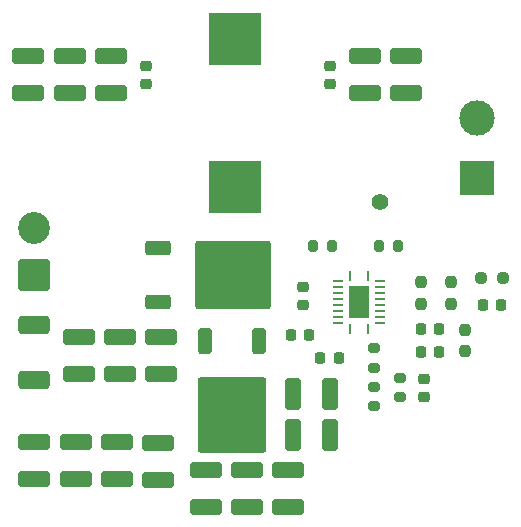
<source format=gbr>
%TF.GenerationSoftware,KiCad,Pcbnew,9.0.0*%
%TF.CreationDate,2025-04-28T22:54:58+09:00*%
%TF.ProjectId,LM25145_test,4c4d3235-3134-4355-9f74-6573742e6b69,rev?*%
%TF.SameCoordinates,Original*%
%TF.FileFunction,Soldermask,Top*%
%TF.FilePolarity,Negative*%
%FSLAX46Y46*%
G04 Gerber Fmt 4.6, Leading zero omitted, Abs format (unit mm)*
G04 Created by KiCad (PCBNEW 9.0.0) date 2025-04-28 22:54:58*
%MOMM*%
%LPD*%
G01*
G04 APERTURE LIST*
G04 Aperture macros list*
%AMRoundRect*
0 Rectangle with rounded corners*
0 $1 Rounding radius*
0 $2 $3 $4 $5 $6 $7 $8 $9 X,Y pos of 4 corners*
0 Add a 4 corners polygon primitive as box body*
4,1,4,$2,$3,$4,$5,$6,$7,$8,$9,$2,$3,0*
0 Add four circle primitives for the rounded corners*
1,1,$1+$1,$2,$3*
1,1,$1+$1,$4,$5*
1,1,$1+$1,$6,$7*
1,1,$1+$1,$8,$9*
0 Add four rect primitives between the rounded corners*
20,1,$1+$1,$2,$3,$4,$5,0*
20,1,$1+$1,$4,$5,$6,$7,0*
20,1,$1+$1,$6,$7,$8,$9,0*
20,1,$1+$1,$8,$9,$2,$3,0*%
G04 Aperture macros list end*
%ADD10C,2.700000*%
%ADD11RoundRect,0.250001X1.099999X-1.099999X1.099999X1.099999X-1.099999X1.099999X-1.099999X-1.099999X0*%
%ADD12RoundRect,0.250000X-1.100000X0.412500X-1.100000X-0.412500X1.100000X-0.412500X1.100000X0.412500X0*%
%ADD13RoundRect,0.200000X-0.200000X-0.275000X0.200000X-0.275000X0.200000X0.275000X-0.200000X0.275000X0*%
%ADD14C,1.400000*%
%ADD15RoundRect,0.250000X-0.412500X-1.100000X0.412500X-1.100000X0.412500X1.100000X-0.412500X1.100000X0*%
%ADD16RoundRect,0.225000X-0.225000X-0.250000X0.225000X-0.250000X0.225000X0.250000X-0.225000X0.250000X0*%
%ADD17RoundRect,0.249999X-1.075001X0.512501X-1.075001X-0.512501X1.075001X-0.512501X1.075001X0.512501X0*%
%ADD18RoundRect,0.250000X1.100000X-0.412500X1.100000X0.412500X-1.100000X0.412500X-1.100000X-0.412500X0*%
%ADD19RoundRect,0.200000X0.275000X-0.200000X0.275000X0.200000X-0.275000X0.200000X-0.275000X-0.200000X0*%
%ADD20R,0.280000X0.850000*%
%ADD21R,0.850000X0.280000*%
%ADD22R,1.700000X2.700000*%
%ADD23RoundRect,0.225000X-0.250000X0.225000X-0.250000X-0.225000X0.250000X-0.225000X0.250000X0.225000X0*%
%ADD24RoundRect,0.200000X-0.275000X0.200000X-0.275000X-0.200000X0.275000X-0.200000X0.275000X0.200000X0*%
%ADD25RoundRect,0.237500X0.237500X-0.250000X0.237500X0.250000X-0.237500X0.250000X-0.237500X-0.250000X0*%
%ADD26RoundRect,0.237500X0.250000X0.237500X-0.250000X0.237500X-0.250000X-0.237500X0.250000X-0.237500X0*%
%ADD27RoundRect,0.225000X0.250000X-0.225000X0.250000X0.225000X-0.250000X0.225000X-0.250000X-0.225000X0*%
%ADD28RoundRect,0.250000X-0.850000X-0.350000X0.850000X-0.350000X0.850000X0.350000X-0.850000X0.350000X0*%
%ADD29RoundRect,0.249997X-2.950003X-2.650003X2.950003X-2.650003X2.950003X2.650003X-2.950003X2.650003X0*%
%ADD30RoundRect,0.225000X0.225000X0.250000X-0.225000X0.250000X-0.225000X-0.250000X0.225000X-0.250000X0*%
%ADD31RoundRect,0.237500X-0.237500X0.250000X-0.237500X-0.250000X0.237500X-0.250000X0.237500X0.250000X0*%
%ADD32RoundRect,0.200000X0.200000X0.275000X-0.200000X0.275000X-0.200000X-0.275000X0.200000X-0.275000X0*%
%ADD33R,4.500000X4.500000*%
%ADD34R,3.000000X3.000000*%
%ADD35C,3.000000*%
%ADD36RoundRect,0.250000X-0.350000X0.850000X-0.350000X-0.850000X0.350000X-0.850000X0.350000X0.850000X0*%
%ADD37RoundRect,0.249997X-2.650003X2.950003X-2.650003X-2.950003X2.650003X-2.950003X2.650003X2.950003X0*%
G04 APERTURE END LIST*
D10*
%TO.C,J1*%
X71330000Y-58720000D03*
D11*
X71330000Y-62680000D03*
%TD*%
D12*
%TO.C,Cin2*%
X74880000Y-76885000D03*
X74880000Y-80010000D03*
%TD*%
D13*
%TO.C,Rpg1*%
X100550000Y-60255000D03*
X102200000Y-60255000D03*
%TD*%
D12*
%TO.C,Cout6*%
X99380000Y-44197500D03*
X99380000Y-47322500D03*
%TD*%
D14*
%TO.C,TP1*%
X100625000Y-56505000D03*
%TD*%
D15*
%TO.C,Cin8*%
X93317500Y-76260000D03*
X96442500Y-76260000D03*
%TD*%
D16*
%TO.C,Cbst1*%
X93100000Y-67755000D03*
X94650000Y-67755000D03*
%TD*%
D17*
%TO.C,R1*%
X71380000Y-66922500D03*
X71380000Y-71597500D03*
%TD*%
D18*
%TO.C,Cin10*%
X82130000Y-71072500D03*
X82130000Y-67947500D03*
%TD*%
D16*
%TO.C,Cvin1*%
X95600000Y-69755000D03*
X97150000Y-69755000D03*
%TD*%
D19*
%TO.C,Ruv1*%
X100125000Y-73830000D03*
X100125000Y-72180000D03*
%TD*%
D20*
%TO.C,U5*%
X99629000Y-67256500D03*
D21*
X100627000Y-66755000D03*
X100627000Y-66255000D03*
X100627000Y-65755000D03*
X100627000Y-65255000D03*
X100627000Y-64755000D03*
X100627000Y-64255000D03*
X100627000Y-63755000D03*
X100627000Y-63255000D03*
D20*
X99629000Y-62756500D03*
X98129000Y-62756500D03*
D21*
X97127000Y-63255000D03*
X97127000Y-63755000D03*
X97129000Y-64256500D03*
X97129000Y-64756500D03*
X97129000Y-65256500D03*
X97129000Y-65756500D03*
X97129000Y-66256500D03*
X97129000Y-66756500D03*
D20*
X98127000Y-67256500D03*
D22*
X98879000Y-65006500D03*
%TD*%
D18*
%TO.C,Cin11*%
X78630000Y-71072500D03*
X78630000Y-67947500D03*
%TD*%
D23*
%TO.C,Cvcc1*%
X94125000Y-63730000D03*
X94125000Y-65280000D03*
%TD*%
D24*
%TO.C,Ruv2*%
X100125000Y-68930000D03*
X100125000Y-70580000D03*
%TD*%
D25*
%TO.C,Rfb1*%
X106625000Y-65167500D03*
X106625000Y-63342500D03*
%TD*%
D19*
%TO.C,Rt1*%
X102375000Y-73080000D03*
X102375000Y-71430000D03*
%TD*%
D26*
%TO.C,Rc2*%
X111037500Y-63005000D03*
X109212500Y-63005000D03*
%TD*%
D12*
%TO.C,Cin7*%
X92880000Y-79197500D03*
X92880000Y-82322500D03*
%TD*%
D25*
%TO.C,Rc1*%
X107875000Y-69167500D03*
X107875000Y-67342500D03*
%TD*%
D15*
%TO.C,Cin9*%
X93317500Y-72760000D03*
X96442500Y-72760000D03*
%TD*%
D12*
%TO.C,Cout4*%
X74380000Y-44197500D03*
X74380000Y-47322500D03*
%TD*%
D27*
%TO.C,Cout1*%
X80880000Y-46535000D03*
X80880000Y-44985000D03*
%TD*%
D12*
%TO.C,Cin1*%
X71380000Y-76885000D03*
X71380000Y-80010000D03*
%TD*%
D28*
%TO.C,Q2*%
X81875000Y-60455000D03*
D29*
X88175000Y-62735000D03*
D28*
X81875000Y-65015000D03*
%TD*%
D27*
%TO.C,Cout2*%
X96380000Y-46535000D03*
X96380000Y-44985000D03*
%TD*%
D30*
%TO.C,Cc1*%
X105650000Y-69255000D03*
X104100000Y-69255000D03*
%TD*%
%TO.C,Cc2*%
X105650000Y-67255000D03*
X104100000Y-67255000D03*
%TD*%
D31*
%TO.C,Rfb2*%
X104125000Y-63342500D03*
X104125000Y-65167500D03*
%TD*%
D30*
%TO.C,Cc3*%
X110900000Y-65255000D03*
X109350000Y-65255000D03*
%TD*%
D12*
%TO.C,Cin4*%
X81880000Y-76947500D03*
X81880000Y-80072500D03*
%TD*%
%TO.C,Cin3*%
X78380000Y-76885000D03*
X78380000Y-80010000D03*
%TD*%
%TO.C,Cin6*%
X89380000Y-79197500D03*
X89380000Y-82322500D03*
%TD*%
D27*
%TO.C,Css1*%
X104375000Y-73030000D03*
X104375000Y-71480000D03*
%TD*%
D32*
%TO.C,Rilim1*%
X96625000Y-60255000D03*
X94975000Y-60255000D03*
%TD*%
D12*
%TO.C,Cout7*%
X102880000Y-44192500D03*
X102880000Y-47317500D03*
%TD*%
%TO.C,Cin5*%
X85880000Y-79197500D03*
X85880000Y-82322500D03*
%TD*%
D33*
%TO.C,L2*%
X88375000Y-55255000D03*
X88375000Y-42755000D03*
%TD*%
D34*
%TO.C,J2*%
X108875000Y-54505000D03*
D35*
X108875000Y-49425000D03*
%TD*%
D18*
%TO.C,Cin12*%
X75130000Y-71072500D03*
X75130000Y-67947500D03*
%TD*%
D12*
%TO.C,Cout5*%
X77880000Y-44192500D03*
X77880000Y-47317500D03*
%TD*%
%TO.C,Cout3*%
X70880000Y-44197500D03*
X70880000Y-47322500D03*
%TD*%
D36*
%TO.C,Q1*%
X90375000Y-68260000D03*
D37*
X88095000Y-74560000D03*
D36*
X85815000Y-68260000D03*
%TD*%
M02*

</source>
